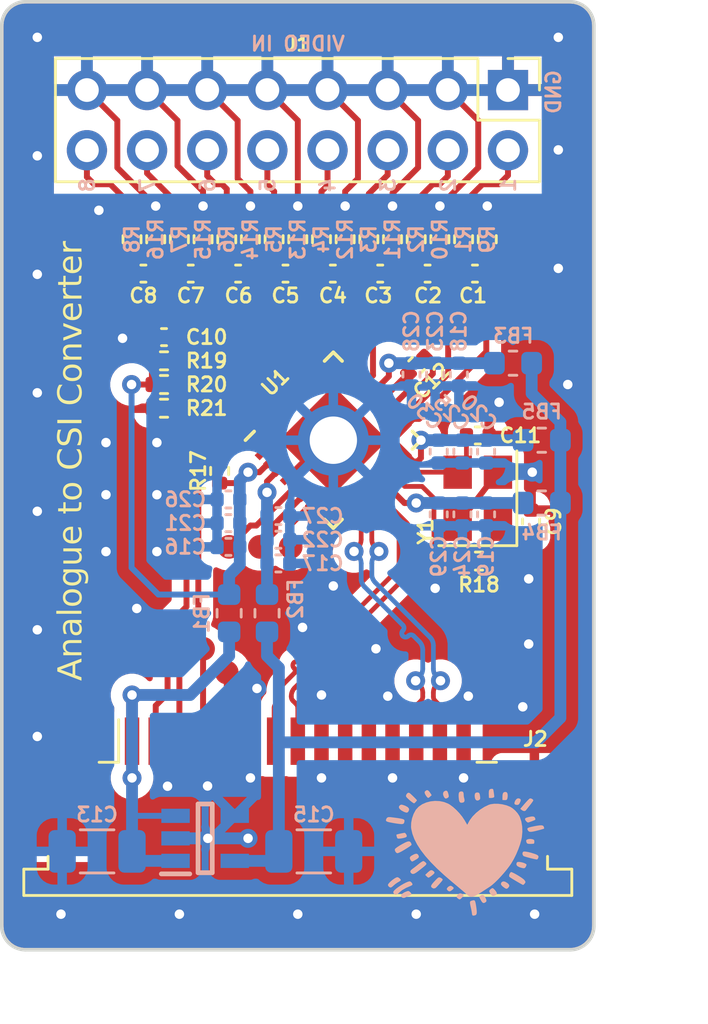
<source format=kicad_pcb>
(kicad_pcb (version 20241229) (generator "pcbnew") (generator_version "9.0")
  (layers (0 "F.Cu" mixed) (2 "B.Cu" mixed) (13 "F.Paste" user) (15 "B.Paste" user) (5 "F.SilkS" user "F.Silkscreen") (7 "B.SilkS" user "B.Silkscreen") (1 "F.Mask" user) (3 "B.Mask" user) (25 "Edge.Cuts" user))
  (net 0 "")
  (net 1 "GND")
  (net 2 "Net-(C9-Pad1)")
  (net 3 "+3V3")
  (net 4 "/DVDDIO_3V3")
  (net 5 "/DVDD_1V8")
  (net 6 "/AVDD_1V8")
  (net 7 "/MVDD_1V8")
  (net 8 "/PVDD_1V8")
  (net 9 "/D0N")
  (net 10 "/D0P")
  (net 11 "/CLKN")
  (net 12 "/CLKP")
  (net 13 "/SCL")
  (net 14 "/SDA")
  (net 15 "/~{RESET}")
  (net 16 "+1V8")
  (net 17 "/AIN1")
  (net 18 "/AIN2")
  (net 19 "/AIN3")
  (net 20 "/AIN4")
  (net 21 "/AIN5")
  (net 22 "/AIN6")
  (net 23 "/AIN7")
  (net 24 "/AIN8")
  (net 25 "/XTALN")
  (net 26 "/VIN1")
  (net 27 "/VIN2")
  (net 28 "/VIN3")
  (net 29 "/VIN4")
  (net 30 "/VIN5")
  (net 31 "/VIN6")
  (net 32 "/VIN7")
  (net 33 "/VIN8")
  (net 34 "/~{PWRDWN}")
  (net 35 "/XTALP")
  (net 36 "/ALSB")
  (net 37 "Net-(U1-VREFP)")
  (net 38 "Net-(U1-VREFN)")
  (net 39 "Net-(C8-Pad2)")
  (net 40 "Net-(C7-Pad2)")
  (net 41 "Net-(C6-Pad2)")
  (net 42 "Net-(C5-Pad2)")
  (net 43 "Net-(C4-Pad2)")
  (net 44 "Net-(C3-Pad2)")
  (net 45 "Net-(C2-Pad2)")
  (net 46 "Net-(C1-Pad2)")
  (net 47 "/~{INTRQ}")
  (net 48 "/GPIO1")
  (net 49 "/GPO2")
  (net 50 "/GPIO0")
  (net 51 "/GPO1")
  (net 52 "/GPO0")
  (footprint "Resistor_SMD:R_0402_1005Metric" (layer "F.Cu") (at 55.5 50.02 90)
    (property "Reference" "R8")
    (property "Value" "24Ω")
  )
  (footprint "Capacitor_SMD:C_0402_1005Metric" (layer "F.Cu") (at 63.98 51.47 180)
    (property "Reference" "C4")
    (property "Value" "0.1μF")
  )
  (footprint "Package_CSP:LFCSP-32-1EP_5x5mm_P0.5mm_EP3.25x3.25mm" (layer "F.Cu") (at 64 58.5 45)
    (property "Reference" "U1")
    (property "Value" "ADV7280A-M")
  )
  (footprint "Connector_PinHeader_2.54mm:PinHeader_2x08_P2.54mm_Vertical" (layer "F.Cu") (at 71.375 43.725 -90)
    (property "Reference" "J1")
    (property "Value" "VIDEO_IN")
  )
  (footprint "Resistor_SMD:R_0402_1005Metric" (layer "F.Cu") (at 61.5 50.02 90)
    (property "Reference" "R5")
    (property "Value" "24Ω")
  )
  (footprint "Resistor_SMD:R_0402_1005Metric" (layer "F.Cu") (at 59.2 59.8 -90)
    (property "Reference" "R17")
    (property "Value" "4.7kΩ")
  )
  (footprint "Resistor_SMD:R_0402_1005Metric" (layer "F.Cu") (at 58.5 50.02 -90)
    (property "Reference" "R15")
    (property "Value" "51Ω")
  )
  (footprint "Capacitor_SMD:C_0402_1005Metric" (layer "F.Cu") (at 59.98 51.47 180)
    (property "Reference" "C6")
    (property "Value" "0.1μF")
  )
  (footprint "Resistor_SMD:R_0402_1005Metric" (layer "F.Cu") (at 63.5 50.02 90)
    (property "Reference" "R4")
    (property "Value" "24Ω")
  )
  (footprint "Resistor_SMD:R_0402_1005Metric" (layer "F.Cu") (at 56.5 50.02 -90)
    (property "Reference" "R16")
    (property "Value" "51Ω")
  )
  (footprint "Capacitor_SMD:C_0402_1005Metric" (layer "F.Cu") (at 57.98 51.47 180)
    (property "Reference" "C7")
    (property "Value" "0.1μF")
  )
  (footprint "Capacitor_SMD:C_0402_1005Metric" (layer "F.Cu") (at 70.1 58.3)
    (property "Reference" "C11")
    (property "Value" "10pF")
  )
  (footprint "Crystal:Crystal_SMD_3225-4Pin_3.2x2.5mm" (layer "F.Cu") (at 70.1 60.95 90)
    (property "Reference" "Y1")
    (property "Value" "ABM8G-28.63636MHZ-4Y-T3")
  )
  (footprint "Capacitor_SMD:C_0402_1005Metric" (layer "F.Cu") (at 65.98 51.47 180)
    (property "Reference" "C3")
    (property "Value" "0.1μF")
  )
  (footprint "Resistor_SMD:R_0402_1005Metric" (layer "F.Cu") (at 68.5 50.02 -90)
    (property "Reference" "R10")
    (property "Value" "51Ω")
  )
  (footprint "Capacitor_SMD:C_0402_1005Metric" (layer "F.Cu") (at 72.35 61.93 90)
    (property "Reference" "C9")
    (property "Value" "10pF")
  )
  (footprint "Capacitor_SMD:C_0402_1005Metric" (layer "F.Cu") (at 55.98 51.47 180)
    (property "Reference" "C8")
    (property "Value" "0.1μF")
  )
  (footprint "Resistor_SMD:R_0402_1005Metric" (layer "F.Cu") (at 70.15 63.6 180)
    (property "Reference" "R18")
    (property "Value" "560Ω")
  )
  (footprint "Capacitor_SMD:C_0402_1005Metric" (layer "F.Cu") (at 56.85 54.15 180)
    (property "Reference" "C10")
    (property "Value" "4.7μF")
  )
  (footprint "Resistor_SMD:R_0402_1005Metric" (layer "F.Cu") (at 64.5 50.02 -90)
    (property "Reference" "R12")
    (property "Value" "51Ω")
  )
  (footprint "Capacitor_SMD:C_0402_1005Metric" (layer "F.Cu") (at 67.98 51.47 180)
    (property "Reference" "C2")
    (property "Value" "0.1μF")
  )
  (footprint "Resistor_SMD:R_0402_1005Metric" (layer "F.Cu") (at 70.5 50.02 -90)
    (property "Reference" "R9")
    (property "Value" "51Ω")
  )
  (footprint "Capacitor_SMD:C_0402_1005Metric" (layer "F.Cu") (at 61.98 51.47 180)
    (property "Reference" "C5")
    (property "Value" "0.1μF")
  )
  (footprint "Resistor_SMD:R_0402_1005Metric" (layer "F.Cu") (at 65.5 50.02 90)
    (property "Reference" "R3")
    (property "Value" "24Ω")
  )
  (footprint "TestPoint:TestPoint_Pad_D1.0mm" (layer "F.Cu") (at 59.6 63)
    (property "Reference" "TP1")
    (property "Value" "TestPoint")
  )
  (footprint "Connector_FFC-FPC:TE_1-84953-5_1x15-1MP_P1.0mm_Horizontal" (layer "F.Cu") (at 62.5 73)
    (property "Reference" "J2")
    (property "Value" "RPI_CSI_TOP")
  )
  (footprint "Resistor_SMD:R_0402_1005Metric" (layer "F.Cu") (at 57.5 50.02 90)
    (property "Reference" "R7")
    (property "Value" "24Ω")
  )
  (footprint "Resistor_SMD:R_0402_1005Metric" (layer "F.Cu") (at 69.5 50.02 90)
    (property "Reference" "R1")
    (property "Value" "24Ω")
  )
  (footprint "Resistor_SMD:R_0402_1005Metric" (layer "F.Cu") (at 56.85 56.15 180)
    (property "Reference" "R20")
    (property "Value" "4.7kΩ")
  )
  (footprint "Resistor_SMD:R_0402_1005Metric" (layer "F.Cu") (at 56.85 57.15)
    (property "Reference" "R21")
    (property "Value" "DNP")
  )
  (footprint "Resistor_SMD:R_0402_1005Metric" (layer "F.Cu") (at 60.5 50.02 -90)
    (property "Reference" "R14")
    (property "Value" "51Ω")
  )
  (footprint "TestPoint:TestPoint_Pad_D1.0mm" (layer "F.Cu") (at 63.5 63)
    (property "Reference" "TP4")
    (property "Value" "TestPoint")
  )
  (footprint "TestPoint:TestPoint_Pad_D1.0mm" (layer "F.Cu") (at 59.5 68.3)
    (property "Reference" "TP5" (hide yes))
    (property "Value" "TestPoint")
  )
  (footprint "TestPoint:TestPoint_Pad_D1.0mm" (layer "F.Cu") (at 62.2 63)
    (property "Reference" "TP3")
    (property "Value" "TestPoint")
  )
  (footprint "Resistor_SMD:R_0402_1005Metric" (layer "F.Cu") (at 59.5 50.02 90)
    (property "Reference" "R6")
    (property "Value" "24Ω")
  )
  (footprint "TestPoint:TestPoint_Pad_D1.0mm" (layer "F.Cu") (at 60.9 63)
    (property "Reference" "TP2")
    (property "Value" "TestPoint")
  )
  (footprint "Resistor_SMD:R_0402_1005Metric" (layer "F.Cu") (at 62.5 50.02 -90)
    (property "Reference" "R13")
    (property "Value" "51Ω")
  )
  (footprint "Resistor_SMD:R_0402_1005Metric" (layer "F.Cu") (at 66.5 50.02 -90)
    (property "Reference" "R11")
    (property "Value" "51Ω")
  )
  (footprint "Capacitor_SMD:C_0402_1005Metric" (layer "F.Cu") (at 69.98 51.47 180)
    (property "Reference" "C1")
    (property "Value" "0.1μF")
  )
  (footprint "Capacitor_SMD:C_0402_1005Metric" (layer "F.Cu") (at 67.514411 55.335589 -135)
    (property "Reference" "C12")
    (property "Value" "0.1μF")
  )
  (footprint "Resistor_SMD:R_0402_1005Metric" (layer "F.Cu") (at 56.85 55.15 180)
    (property "Reference" "R19")
    (property "Value" "4.7kΩ")
  )
  (footprint "Resistor_SMD:R_0402_1005Metric" (layer "F.Cu") (at 67.5 50.02 90)
    (property "Reference" "R2")
    (property "Value" "24Ω")
  )
  (footprint "TestPoint:TestPoint_Pad_D1.0mm" (layer "F.Cu") (at 58.5 67.3)
    (property "Reference" "TP6" (hide yes))
    (property "Value" "TestPoint")
  )
  (footprint "Inductor_SMD:L_0603_1608Metric" (layer "B.Cu") (at 72.8 61.15 180)
    (property "Reference" "FB4")
    (property "Value" "600Ω")
  )
  (footprint "Capacitor_SMD:C_1206_3216Metric" (layer "B.Cu") (at 63.175 75.85)
    (property "Reference" "C15")
    (property "Value" "47μF")
  )
  (footprint "Capacitor_SMD:C_0402_1005Metric" (layer "B.Cu") (at 69.45 58.98 -90)
    (property "Reference" "C25")
    (property "Value" "0.1μF")
  )
  (footprint "Capacitor_SMD:C_0402_1005Metric" (layer "B.Cu") (at 70.45 61.63 -90)
    (property "Reference" "C19")
    (property "Value" "10μF")
  )
  (footprint "Library:coeurlolopetit" (layer "B.Cu") (at 69.221015 75.907134 180)
    (property "Reference" "G***" (hide yes))
    (property "Value" "LOGO" (hide yes))
  )
  (footprint "Capacitor_SMD:C_0402_1005Metric" (layer "B.Cu") (at 59.57 61 180)
    (property "Reference" "C26")
    (property "Value" "10nF")
  )
  (footprint "Capacitor_SMD:C_0402_1005Metric" (layer "B.Cu") (at 69.3 55.73 -90)
    (property "Reference" "C18")
    (property "Value" "10μF")
  )
  (footprint "Inductor_SMD:L_0603_1608Metric" (layer "B.Cu") (at 71.5875 55.25 180)
    (property "Reference" "FB3")
    (property "Value" "600Ω")
  )
  (footprint "Capacitor_SMD:C_0402_1005Metric" (layer "B.Cu") (at 68.3 55.73 -90)
    (property "Reference" "C23")
    (property "Value" "0.1μF")
  )
  (footprint "Inductor_SMD:L_0603_1608Metric" (layer "B.Cu") (at 72.8 58.5 180)
    (property "Reference" "FB5")
    (property "Value" "600Ω")
  )
  (footprint "Capacitor_SMD:C_0402_1005Metric" (layer "B.Cu") (at 59.57 62 180)
    (property "Reference" "C21")
    (property "Value" "0.1μF")
  )
  (footprint "Capacitor_SMD:C_0402_1005Metric" (layer "B.Cu") (at 61.68 63.7)
    (property "Reference" "C17")
    (property "Value" "10μF")
  )
  (footprint "Capacitor_SMD:C_0402_1005Metric" (layer "B.Cu") (at 68.45 58.98 -90)
    (property "Reference" "C30")
    (property "Value" "10nF")
  )
  (footprint "Inductor_SMD:L_0603_1608Metric" (layer "B.Cu") (at 59.6 65.8 90)
    (property "Reference" "FB1")
    (property "Value" "600Ω")
  )
  (footprint "Capacitor_SMD:C_0402_1005Metric" (layer "B.Cu") (at 70.45 58.98 -90)
    (property "Reference" "C20")
    (property "Value" "10μF")
  )
  (footprint "Library:SOT95P280X145-5N" (layer "B.Cu") (at 58.5875 75.3)
    (property "Reference" "U2" (hide yes))
    (property "Value" "TLV70218QDBVRQ1" (hide yes))
  )
  (footprint "Capacitor_SMD:C_0402_1005Metric" (layer "B.Cu") (at 61.68 62.7)
    (property "Reference" "C22")
    (property "Value" "0.1μF")
  )
  (footprint "Capacitor_SMD:C_0402_1005Metric" (layer "B.Cu") (at 59.57 63 180)
    (property "Reference" "C16")
    (property "Value" "10μF")
  )
  (footprint "Capacitor_SMD:C_0402_1005Metric" (layer "B.Cu") (at 61.68 61.7)
    (property "Reference" "C27")
    (property "Value" "10nF")
  )
  (footprint "Capacitor_SMD:C_0402_1005Metric" (layer "B.Cu") (at 68.45 61.63 -90)
    (property "Reference" "C29")
    (property "Value" "10nF")
  )
  (footprint "Inductor_SMD:L_0603_1608Metric" (layer "B.Cu") (at 61.2 65.8 90)
    (property "Reference" "FB2")
    (property "Value" "600Ω")
  )
  (footprint "Capacitor_SMD:C_0402_1005Metric" (layer "B.Cu") (at 67.3 55.73 -90)
    (property "Reference" "C28")
    (property "Value" "10nF")
  )
  (footprint "Capacitor_SMD:C_1206_3216Metric" (layer "B.Cu") (at 54.025 75.85 180)
    (property "Reference" "C13")
    (property "Value" "100μF")
  )
  (footprint "Capacitor_SMD:C_0402_1005Metric" (layer "B.Cu") (at 69.45 61.63 -90)
    (property "Reference" "C24")
    (property "Value" "0.1μF")
  )
  (gr_arc (start 50 41) (mid 50.292893 40.292893) (end 51 40) (stroke (width 0.15)) (layer "Edge.Cuts"))
  (gr_line (start 74 80) (end 51 80) (stroke (width 0.15)) (layer "Edge.Cuts"))
  (gr_line (start 50 79) (end 50 41) (stroke (width 0.15)) (layer "Edge.Cuts"))
  (gr_arc (start 74 40) (mid 74.707107 40.292893) (end 75 41) (stroke (width 0.15)) (layer "Edge.Cuts"))
  (gr_line (start 75 41) (end 75 79) (stroke (width 0.15)) (layer "Edge.Cuts"))
  (gr_arc (start 75 79) (mid 74.707107 79.707107) (end 74 80) (stroke (width 0.15)) (layer "Edge.Cuts"))
  (gr_line (start 51 40) (end 74 40) (stroke (width 0.15)) (layer "Edge.Cuts"))
  (gr_arc (start 51 80) (mid 50.292893 79.707107) (end 50 79) (stroke (width 0.15)) (layer "Edge.Cuts"))
  (gr_text "Analogue to CSI Converter" (at 52.9496 59.3752 90) (layer "F.SilkS") (effects (font (size 1 1) (thickness 0.18))))
  (gr_text "VIDEO IN" (at 62.5 41.773 0) (layer "B.SilkS") (effects (font (size 0.6 0.6) (thickness 0.12)) (justify mirror)))
  (gr_text "1" (at 71.39 47.742 90) (layer "B.SilkS") (effects (font (size 0.6 0.6) (thickness 0.12)) (justify mirror)))
  (gr_text "GND" (at 73.295 43.805 90) (layer "B.SilkS") (effects (font (size 0.6 0.6) (thickness 0.12)) (justify mirror)))
  (gr_text "2" (at 68.85 47.742 90) (layer "B.SilkS") (effects (font (size 0.6 0.6) (thickness 0.12)) (justify mirror)))
  (gr_text "7" (at 56.15 47.742 90) (layer "B.SilkS") (effects (font (size 0.6 0.6) (thickness 0.12)) (justify mirror)))
  (gr_text "5" (at 61.23 47.742 90) (layer "B.SilkS") (effects (font (size 0.6 0.6) (thickness 0.12)) (justify mirror)))
  (gr_text "4" (at 63.77 47.742 90) (layer "B.SilkS") (effects (font (size 0.6 0.6) (thickness 0.12)) (justify mirror)))
  (gr_text "6" (at 58.69 47.742 90) (layer "B.SilkS") (effects (font (size 0.6 0.6) (thickness 0.12)) (justify mirror)))
  (gr_text "8" (at 53.61 47.742 90) (layer "B.SilkS") (effects (font (size 0.6 0.6) (thickness 0.12)) (justify mirror)))
  (gr_text "3" (at 66.31 47.742 90) (layer "B.SilkS") (effects (font (size 0.6 0.6) (thickness 0.12)) (justify mirror)))
  (segment (start 66.5 71.2) (end 66.5 69.5) (width 0.5) (layer "F.Cu") (net 1))
  (segment (start 70.5 49.51) (end 70.5 48.62) (width 0.5) (layer "F.Cu") (net 1))
  (segment (start 61.065507 58.959619) (end 61.37868 58.646446) (width 0.25) (layer "F.Cu") (net 1))
  (segment (start 68.835 43.725) (end 70.12 45.01) (width 0.25) (layer "F.Cu") (net 1))
  (segment (start 69.5 71.2) (end 69.5 72.75) (width 0.5) (layer "F.Cu") (net 1))
  (segment (start 62.5 45.01) (end 62.5 48.62) (width 0.25) (layer "F.Cu") (net 1))
  (segment (start 57.42 46.92) (end 57.42 45.01) (width 0.25) (layer "F.Cu") (net 1))
  (segment (start 70.12 45.01) (end 70.12 47) (width 0.25) (layer "F.Cu") (net 1))
  (segment (start 60.5 49.51) (end 60.5 48.62) (width 0.5) (layer "F.Cu") (net 1))
  (segment (start 64.5 49.51) (end 64.5 48.62) (width 0.5) (layer "F.Cu") (net 1))
  (segment (start 66.5 49.51) (end 66.5 48.62) (width 0.5) (layer "F.Cu") (net 1))
  (segment (start 69.5 71.2) (end 69.5 69.5) (width 0.5) (layer "F.Cu") (net 1))
  (segment (start 60.775 68.975) (end 60.5 69.25) (width 0.5) (layer "F.Cu") (net 1))
  (segment (start 70.12 47) (end 68.5 48.62) (width 0.25) (layer "F.Cu") (net 1))
  (segment (start 57.42 45.01) (end 56.135 43.725) (width 0.25) (layer "F.Cu") (net 1))
  (segment (start 69.5 69.5) (end 69.7 69.3) (width 0.5) (layer "F.Cu") (net 1))
  (segment (start 53.595 43.725) (end 54.88 45.01) (width 0.25) (layer "F.Cu") (net 1))
  (segment (start 67.58 45.01) (end 67.58 46.995) (width 0.25) (layer "F.Cu") (net 1))
  (segment (start 71.375 43.725) (end 71.375 42.1436) (width 0.5) (layer "F.Cu") (net 1))
  (segment (start 66.295 43.725) (end 67.58 45.01) (width 0.25) (layer "F.Cu") (net 1))
  (segment (start 64.5 48) (end 64.5 48.62) (width 0.25) (layer "F.Cu") (net 1))
  (segment (start 63.755 43.725) (end 65.04 45.01) (width 0.25) (layer "F.Cu") (net 1))
  (segment (start 62.126167 60.02028) (end 63.646447 58.5) (width 0.25) (layer "F.Cu") (net 1))
  (segment (start 58.675 43.725) (end 59.96 45.01) (width 0.25) (layer "F.Cu") (net 1))
  (segment (start 66.5 71.2) (end 66.5 72.75) (width 0.5) (layer "F.Cu") (net 1))
  (segment (start 63.5 71.2) (end 63.5 69.25) (width 0.5) (layer "F.Cu") (net 1))
  (segment (start 61.732233 58.5) (end 64 58.5) (width 0.25) (layer "F.Cu") (net 1))
  (segment (start 54.88 47) (end 56.5 48.62) (width 0.25) (layer "F.Cu") (net 1))
  (segment (start 56.5 49.51) (end 56.5 48.62) (width 0.5) (layer "F.Cu") (net 1))
  (segment (start 66.5 48.075) (end 66.5 48.62) (width 0.25) (layer "F.Cu") (net 1))
  (segment (start 60.5 48) (end 60.5 48.62) (width 0.25) (layer "F.Cu") (net 1))
  (segment (start 66.5 69.5) (end 66.3 69.3) (width 0.5) (layer "F.Cu") (net 1))
  (segment (start 71.375 43.725) (end 72.994 43.725) (width 0.5) (layer "F.Cu") (net 1))
  (segment (start 58.5 49.51) (end 58.5 48.62) (width 0.5) (layer "F.Cu") (net 1))
  (segment (start 54.88 45.01) (end 54.88 47) (width 0.25) (layer "F.Cu") (net 1))
  (segment (start 60.5 71.2) (end 60.5 72.75) (width 0.5) (layer "F.Cu") (net 1))
  (segment (start 63.5 71.2) (end 63.5 72.75) (width 0.5) (layer "F.Cu") (net 1))
  (segment (start 62.5 49.51) (end 62.5 48.62) (width 0.5) (layer "F.Cu") (net 1))
  (segment (start 65.04 45.01) (end 65.04 47.46) (width 0.25) (layer "F.Cu") (net 1))
  (segment (start 60.5 69.25) (end 60.5 71.2) (width 0.5) (layer "F.Cu") (net 1))
  (segment (start 58.5 48) (end 57.42 46.92) (width 0.25) (layer "F.Cu") (net 1))
  (segment (start 68.5 49.51) (end 68.5 48.62) (width 0.5) (layer "F.Cu") (net 1))
  (segment (start 59.96 47.46) (end 60.5 48) (width 0.25) (layer "F.Cu") (net 1))
  (segment (start 65.04 47.46) (end 64.5 48) (width 0.25) (layer "F.Cu") (net 1))
  (segment (start 63.646447 58.5) (end 64 58.5) (width 0.25) (layer "F.Cu") (net 1))
  (segment (start 69.25 62.05) (end 70.95 59.85) (width 0.25) (layer "F.Cu") (net 1))
  (segment (start 58.5 48.62) (end 58.5 48) (width 0.25) (layer "F.Cu") (net 1))
  (segment (start 67.58 46.995) (end 66.5 48.075) (width 0.25) (layer "F.Cu") (net 1))
  (segment (start 59.96 45.01) (end 59.96 47.46) (width 0.25) (layer "F.Cu") (net 1))
  (segment (start 61.215 43.725) (end 62.5 45.01) (width 0.25) (layer "F.Cu") (net 1))
  (via (at 73.5 41.5) (size 0.8) (drill 0.4) (layers "F.Cu" "B.Cu") (net 1))
  (via (at 54.4 60.8) (size 0.8) (drill 0.4) (layers "F.Cu" "B.Cu") (net 1))
  (via (at 57.5 78.5) (size 0.8) (drill 0.4) (layers "F.Cu" "B.Cu") (net 1))
  (via (at 73.5 51.25) (size 0.8) (drill 0.4) (layers "F.Cu" "B.Cu") (net 1))
  (via (at 56.55 58.6) (size 0.8) (drill 0.4) (layers "F.Cu" "B.Cu") (net 1))
  (via (at 63.5 69.25) (size 0.8) (drill 0.4) (layers "F.Cu" "B.Cu") (net 1))
  (via (at 57 73.1) (size 0.8) (drill 0.4) (layers "F.Cu" "B.Cu") (net 1))
  (via (at 58.7 75.3) (size 0.8) (drill 0.4) (layers "F.Cu" "B.Cu") (net 1))
  (via (at 66.3 69.3) (size 0.8) (drill 0.4) (layers "F.Cu" "B.Cu") (net 1))
  (via (at 68.3 64.75) (size 0.8) (drill 0.4) (layers "F.Cu" "B.Cu") (net 1))
  (via (at 65.8 67.3) (size 0.8) (drill 0.4) (layers "F.Cu" "B.Cu") (net 1))
  (via (at 60.5 48.62) (size 0.8) (drill 0.4) (layers "F.Cu" "B.Cu") (net 1))
  (via (at 51.5 61.5) (size 0.8) (drill 0.4) (layers "F.Cu" "B.Cu") (net 1))
  (via (at 66.5 72.75) (size 0.8) (drill 0.4) (layers "F.Cu" "B.Cu") (net 1))
  (via (at 51.5 41.5) (size 0.8) (drill 0.4) (layers "F.Cu" "B.Cu") (net 1))
  (via (at 60.5 72.75) (size 0.8) (drill 0.4) (layers "F.Cu" "B.Cu") (net 1))
  (via (at 51.5 71) (size 0.8) (drill 0.4) (layers "F.Cu" "B.Cu") (net 1))
  (via (at 71 56.9) (size 0.8) (drill 0.4) (layers "F.Cu" "B.Cu") (net 1))
  (via (at 55.7 65.6) (size 0.8) (drill 0.4) (layers "F.Cu" "B.Cu") (net 1))
  (via (at 72 69.75) (size 0.8) (drill 0.4) (layers "F.Cu" "B.Cu") (net 1))
  (via (at 62.5 78.5) (size 0.8) (drill 0.4) (layers "F.Cu" "B.Cu") (net 1))
  (via (at 56.5 48.62) (size 0.8) (drill 0.4) (layers "F.Cu" "B.Cu") (net 1))
  (via (at 66.5 48.62) (size 0.8) (drill 0.4) (layers "F.Cu" "B.Cu") (net 1))
  (via (at 58.69 73.0912) (size 0.8) (drill 0.4) (layers "F.Cu" "B.Cu") (net 1))
  (via (at 56.55 60.8) (size 0.8) (drill 0.4) (layers "F.Cu" "B.Cu") (net 1))
  (via (at 68.5 48.62) (size 0.8) (drill 0.4) (layers "F.Cu" "B.Cu") (net 1))
  (via (at 51.5 51.5) (size 0.8) (drill 0.4) (layers "F.Cu" "B.Cu") (net 1))
  (via (at 51.5 56.5) (size 0.8) (drill 0.4) (layers "F.Cu" "B.Cu") (net 1))
  (via (at 54.4 63.2) (size 0.8) (drill 0.4) (layers "F.Cu" "B.Cu") (net 1))
  (via (at 51.5 46.5) (size 0.8) (drill 0.4) (layers "F.Cu" "B.Cu") (net 1))
  (via (at 73.5 46.25) (size 0.8) (drill 0.4) (layers "F.Cu" "B.Cu") (net 1))
  (via (at 51.5 66.5) (size 0.8) (drill 0.4) (layers "F.Cu" "B.Cu") (net 1))
  (via (at 60.775 68.975) (size 0.8) (drill 0.4) (layers "F.Cu" "B.Cu") (net 1))
  (via (at 64.5 48.62) (size 0.8) (drill 0.4) (layers "F.Cu" "B.Cu") (net 1))
  (via (at 63.5 72.75) (size 0.8) (drill 0.4) (layers "F.Cu" "B.Cu") (net 1))
  (via (at 73.9 56.15) (size 0.8) (drill 0.4) (layers "F.Cu" "B.Cu") (net 1))
  (via (at 67.5 78.5) (size 0.8) (drill 0.4) (layers "F.Cu" "B.Cu") (net 1))
  (via (at 72.25 64.35) (size 0.8) (drill 0.4) (layers "F.Cu" "B.Cu") (net 1))
  (via (at 54.1 48.8) (size 0.8) (drill 0.4) (layers "F.Cu" "B.Cu") (net 1))
  (via (at 72.25 67.1) (size 0.8) (drill 0.4) (layers "F.Cu" "B.Cu") (net 1))
  (via (at 60.4 75.3) (size 0.8) (drill 0.4) (layers "F.Cu" "B.Cu") (net 1))
  (via (at 58.5 48.62) (size 0.8) (drill 0.4) (layers "F.Cu" "B.Cu") (net 1))
  (via (at 72.5 78.5) (size 0.8) (drill 0.4) (layers "F.Cu" "B.Cu") (net 1))
  (via (at 62.7 66.4) (size 0.8) (drill 0.4) (layers "F.Cu" "B.Cu") (net 1))
  (via (at 72.4 59.85) (size 0.8) (drill 0.4) (layers "F.Cu" "B.Cu") (net 1))
  (via (at 69.7 69.3) (size 0.8) (drill 0.4) (layers "F.Cu" "B.Cu") (net 1))
  (via (at 69.5 72.75) (size 0.8) (drill 0.4) (layers "F.Cu" "B.Cu") (net 1))
  (via (at 52.5 78.5) (size 0.8) (drill 0.4) (layers "F.Cu" "B.Cu") (net 1))
  (via (at 70.5 48.62) (size 0.8) (drill 0.4) (layers "F.Cu" "B.Cu") (net 1))
  (via (at 56.55 63.2) (size 0.8) (drill 0.4) (layers "F.Cu" "B.Cu") (net 1))
  (via (at 62.5 48.62) (size 0.8) (drill 0.4) (layers "F.Cu" "B.Cu") (net 1))
  (via (at 54.4 58.6) (size 0.8) (drill 0.4) (layers "F.Cu" "B.Cu") (net 1))
  (via (at 55.1 54.2) (size 0.8) (drill 0.4) (layers "F.Cu" "B.Cu") (net 1))
  (via (at 64 64.65) (size 0.8) (drill 0.4) (layers "F.Cu" "B.Cu") (net 1))
  (arc (start 61.37868 58.646446) (mid 61.540892 58.53806) (end 61.732233 58.5) (width 0.25) (layer "F.Cu") (net 1))
  (segment (start 68.835 43.725) (end 68.835 41.965) (width 0.5) (layer "B.Cu") (net 1))
  (segment (start 66.295 43.725) (end 63.755 43.725) (width 0.5) (layer "B.Cu") (net 1))
  (segment (start 56.135 43.725) (end 53.595 43.725) (width 0.5) (layer "B.Cu") (net 1))
  (segment (start 71.375 43.725) (end 71.375 42.125) (width 0.5) (layer "B.Cu") (net 1))
  (segment (start 58.675 43.725) (end 58.675 41.925) (width 0.5) (layer "B.Cu") (net 1))
  (segment (start 56.135 43.725) (end 56.135 41.965) (width 0.5) (layer "B.Cu") (net 1))
  (segment (start 66.295 43.725) (end 66.295 41.905) (width 0.5) (layer "B.Cu") (net 1))
  (segment (start 58.7 75.3) (end 60.4 75.3) (width 0.5) (layer "B.Cu") (net 1))
  (segment (start 64 58.5) (end 64 60.8) (width 0.4) (layer "B.Cu") (net 1))
  (segment (start 61.215 43.725) (end 58.675 43.725) (width 0.5) (layer "B.Cu") (net 1))
  (segment (start 64 58.5) (end 61.7 58.5) (width 0.4) (layer "B.Cu") (net 1))
  (segment (start 64 58.5) (end 66.3 58.5) (width 0.4) (layer "B.Cu") (net 1))
  (segment (start 61.215 43.725) (end 61.215 41.985) (width 0.5) (layer "B.Cu") (net 1))
  (segment (start 57.45 75.3) (end 58.7 75.3) (width 0.5) (layer "B.Cu") (net 1))
  (segment (start 68.835 43.725) (end 66.295 43.725) (width 0.5) (layer "B.Cu") (net 1))
  (segment (start 58.675 43.725) (end 56.135 43.725) (width 0.5) (layer "B.Cu") (net 1))
  (segment (start 53.595 43.725) (end 51.825 43.725) (width 0.5) (layer "B.Cu") (net 1))
  (segment (start 63.755 43.725) (end 63.755 41.945) (width 0.5) (layer "B.Cu") (net 1))
  (segment (start 63.755 43.725) (end 61.215 43.725) (width 0.5) (layer "B.Cu") (net 1))
  (segment (start 53.595 43.725) (end 53.595 42.005) (width 0.5) (layer "B.Cu") (net 1))
  (segment (start 71.375 43.725) (end 73.075 43.725) (width 0.5) (layer "B.Cu") (net 1))
  (segment (start 71.375 43.725) (end 68.835 43.725) (width 0.5) (layer "B.Cu") (net 1))
  (segment (start 64 58.5) (end 64 56.2) (width 0.4) (layer "B.Cu") (net 1))
  (segment (start 72.35 62.41) (end 71.31 62.41) (width 0.25) (layer "F.Cu") (net 2))
  (segment (start 70.66 63.6) (end 70.66 62.34) (width 0.25) (layer "F.Cu") (net 2))
  (segment (start 71.31 62.41) (end 70.95 62.05) (width 0.25) (layer "F.Cu") (net 2))
  (segment (start 70.66 62.34) (end 70.95 62.05) (width 0.25) (layer "F.Cu") (net 2))
  (segment (start 55.5 71.2) (end 55.5 72.75) (width 0.5) (layer "F.Cu") (net 3))
  (segment (start 55.5 71.2) (end 55.5 69.25) (width 0.5) (layer "F.Cu") (net 3))
  (via (at 55.5 72.75) (size 0.8) (drill 0.4) (layers "F.Cu" "B.Cu") (net 3))
  (via (at 55.5 69.25) (size 0.8) (drill 0.4) (layers "F.Cu" "B.Cu") (net 3))
  (segment (start 55.65 74.35) (end 55.5 74.2) (width 0.25) (layer "B.Cu") (net 3))
  (segment (start 55.5 72.75) (end 55.5 74.2) (width 0.5) (layer "B.Cu") (net 3))
  (segment (start 57.45 74.35) (end 55.65 74.35) (width 0.25) (layer "B.Cu") (net 3))
  (segment (start 55.5 69.25) (end 55.5 72.75) (width 0.5) (layer "B.Cu") (net 3))
  (segment (start 59.6 67.6) (end 57.95 69.25) (width 0.5) (layer "B.Cu") (net 3))
  (segment (start 55.5 74.2) (end 55.5 75.85) (width 0.5) (layer "B.Cu") (net 3))
  (segment (start 55.9 76.25) (end 55.5 75.85) (width 0.5) (layer "B.Cu") (net 3))
  (segment (start 57.95 69.25) (end 55.5 69.25) (width 0.5) (layer "B.Cu") (net 3))
  (segment (start 57.45 76.25) (end 55.9 76.25) (width 0.5) (layer "B.Cu") (net 3))
  (segment (start 59.6 66.5875) (end 59.6 67.6) (width 0.5) (layer "B.Cu") (net 3))
  (segment (start 60.882233 59.85) (end 61.41906 59.313173) (width 0.25) (layer "F.Cu") (net 4))
  (segment (start 56.34 56.15) (end 55.48 56.15) (width 0.25) (layer "F.Cu") (net 4))
  (segment (start 60.4 59.85) (end 60.882233 59.85) (width 0.25) (layer "F.Cu") (net 4))
  (segment (start 60.4 59.85) (end 59.94 60.31) (width 0.25) (layer "F.Cu") (net 4))
  (segment (start 59.94 60.31) (end 59.2 60.31) (width 0.25) (layer "F.Cu") (net 4))
  (segment (start 56.34 56.15) (end 56.34 55.15) (width 0.25) (layer "F.Cu") (net 4))
  (via (at 60.4 59.85) (size 0.8) (drill 0.4) (layers "F.Cu" "B.Cu") (net 4))
  (via (at 55.48 56.15) (size 0.8) (drill 0.4) (layers "F.Cu" "B.Cu") (net 4))
  (segment (start 60.05 60.2) (end 60.05 61) (width 0.5) (layer "B.Cu") (net 4))
  (segment (start 55.48 63.88) (end 55.48 56.15) (width 0.25) (layer "B.Cu") (net 4))
  (segment (start 60.05 62) (end 60.05 61) (width 0.5) (layer "B.Cu") (net 4))
  (segment (start 59.6 64.2) (end 60.05 63.75) (width 0.5) (layer "B.Cu") (net 4))
  (segment (start 60.4 59.85) (end 60.05 60.2) (width 0.5) (layer "B.Cu") (net 4))
  (segment (start 59.6 65.0125) (end 56.6125 65.0125) (width 0.25) (layer "B.Cu") (net 4))
  (segment (start 60.05 63) (end 60.05 62) (width 0.5) (layer "B.Cu") (net 4))
  (segment (start 59.6 65.0125) (end 59.6 64.2) (width 0.5) (layer "B.Cu") (net 4))
  (segment (start 60.05 63.75) (end 60.05 63) (width 0.5) (layer "B.Cu") (net 4))
  (segment (start 56.6125 65.0125) (end 55.48 63.88) (width 0.25) (layer "B.Cu") (net 4))
  (segment (start 61.2 60.7) (end 61.2 60.23934) (width 0.25) (layer "F.Cu") (net 5))
  (segment (start 61.2 60.23934) (end 61.772614 59.666726) (width 0.25) (layer "F.Cu") (net 5))
  (via (at 61.2 60.7) (size 0.8) (drill 0.4) (layers "F.Cu" "B.Cu") (net 5))
  (segment (start 61.2 60.7) (end 61.2 61.7) (width 0.5) (layer "B.Cu") (net 5))
  (segment (start 61.2 62.7) (end 61.2 63.7) (width 0.5) (layer "B.Cu") (net 5))
  (segment (start 61.2 61.7) (end 61.2 62.7) (width 0.5) (layer "B.Cu") (net 5))
  (segment (start 61.2 65.0125) (end 61.2 63.7) (width 0.5) (layer "B.Cu") (net 5))
  (segment (start 66.3445 55.801947) (end 65.52028 56.626167) (width 0.25) (layer "F.Cu") (net 6))
  (segment (start 66.3445 55.25) (end 66.3445 55.801947) (width 0.25) (layer "F.Cu") (net 6))
  (via (at 66.3445 55.25) (size 0.8) (drill 0.4) (layers "F.Cu" "B.Cu") (net 6))
  (segment (start 69.3 55.25) (end 70.8125 55.25) (width 0.5) (layer "B.Cu") (net 6))
  (segment (start 67.3 55.25) (end 68.3 55.25) (width 0.5) (layer "B.Cu") (net 6))
  (segment (start 68.3 55.25) (end 69.3 55.25) (width 0.5) (layer "B.Cu") (net 6))
  (segment (start 66.3445 55.25) (end 67.3 55.25) (width 0.5) (layer "B.Cu") (net 6))
  (segment (start 67.003553 61.15) (end 65.873833 60.02028) (width 0.25) (layer "F.Cu") (net 7))
  (segment (start 67.5 61.15) (end 67.003553 61.15) (width 0.25) (layer "F.Cu") (net 7))
  (via (at 67.5 61.15) (size 0.8) (drill 0.4) (layers "F.Cu" "B.Cu") (net 7))
  (segment (start 70.45 61.15) (end 72.0125 61.15) (width 0.5) (layer "B.Cu") (net 7))
  (segment (start 67.5 61.15) (end 68.45 61.15) (width 0.5) (layer "B.Cu") (net 7))
  (segment (start 69.45 61.15) (end 70.45 61.15) (width 0.5) (layer "B.Cu") (net 7))
  (segment (start 68.45 61.15) (end 69.45 61.15) (width 0.5) (layer "B.Cu") (net 7))
  (segment (start 67.7 59.25) (end 67.55 59.4) (width 0.25) (layer "F.Cu") (net 8))
  (segment (start 67.7 58.5) (end 67.7 59.25) (width 0.25) (layer "F.Cu") (net 8))
  (segment (start 67.374874 59.4) (end 66.934493 58.959619) (width 0.25) (layer "F.Cu") (net 8))
  (segment (start 67.55 59.4) (end 67.374874 59.4) (width 0.25) (layer "F.Cu") (net 8))
  (via (at 67.7 58.5) (size 0.8) (drill 0.4) (layers "F.Cu" "B.Cu") (net 8))
  (segment (start 70.45 58.5) (end 72.0125 58.5) (width 0.5) (layer "B.Cu") (net 8))
  (segment (start 69.45 58.5) (end 70.45 58.5) (width 0.5) (layer "B.Cu") (net 8))
  (segment (start 68.45 58.5) (end 69.45 58.5) (width 0.5) (layer "B.Cu") (net 8))
  (segment (start 67.7 58.5) (end 68.45 58.5) (width 0.5) (layer "B.Cu") (net 8))
  (segment (start 68.371448 68.803552) (end 68.525 68.65) (width 0.2) (layer "F.Cu") (net 9))
  (segment (start 65.925 63.192894) (end 65.771447 63.039341) (width 0.2) (layer "F.Cu") (net 9))
  (segment (start 68.426776 69.626775) (end 68.298223 69.498222) (width 0.2) (layer "F.Cu") (net 9))
  (segment (start 68.225 69.321445) (end 68.225001 69.157105) (width 0.2) (layer "F.Cu") (net 9))
  (segment (start 64.813173 61.116294) (end 64.813173 61.08094) (width 0.2) (layer "F.Cu") (net 9))
  (segment (start 65.625001 62.135229) (end 65.625001 62.685788) (width 0.2) (layer "F.Cu") (net 9))
  (segment (start 65.478554 61.781675) (end 64.813173 61.116294) (width 0.2) (layer "F.Cu") (net 9))
  (segment (start 68.5 71.2) (end 68.5 69.803552) (width 0.2) (layer "F.Cu") (net 9))
  (via (at 68.525 68.65) (size 0.8) (drill 0.4) (layers "F.Cu" "B.Cu") (net 9))
  (via (at 65.925 63.192894) (size 0.8) (drill 0.4) (layers "F.Cu" "B.Cu") (net 9))
  (arc (start 68.371448 68.803552) (mid 68.263061 68.965763) (end 68.225001 69.157105) (width 0.2) (layer "F.Cu") (net 9))
  (arc (start 65.478554 61.781675) (mid 65.586941 61.943887) (end 65.625001 62.135229) (width 0.2) (layer "F.Cu") (net 9))
  (arc (start 65.771447 63.039341) (mid 65.663061 62.877129) (end 65.625001 62.685788) (width 0.2) (layer "F.Cu") (net 9))
  (arc (start 68.298223 69.498222) (mid 68.24403 69.417116) (end 68.225 69.321445) (width 0.2) (layer "F.Cu") (net 9))
  (arc (start 68.426776 69.626775) (mid 68.480969 69.707881) (end 68.5 69.803552) (width 0.2) (layer "F.Cu") (net 9))
  (segment (start 65.925 63.192894) (end 65.771447 63.346447) (width 0.2) (layer "B.Cu") (net 9))
  (segment (start 65.625001 63.7) (end 65.626481 63.70148) (width 0.2) (layer "B.Cu") (net 9))
  (segment (start 68.371448 68.496448) (end 68.525 68.65) (width 0.2) (layer "B.Cu") (net 9))
  (segment (start 68.225001 67.163908) (end 68.225001 68.142894) (width 0.2) (layer "B.Cu") (net 9))
  (segment (start 65.771448 64.503248) (end 68.078555 66.810355) (width 0.2) (layer "B.Cu") (net 9))
  (segment (start 65.626481 63.70148) (end 65.626481 64.215326) (width 0.2) (layer "B.Cu") (net 9))
  (arc (start 65.626481 64.215326) (mid 65.676566 64.370839) (end 65.771448 64.503248) (width 0.2) (layer "B.Cu") (net 9))
  (arc (start 68.078555 66.810355) (mid 68.186941 66.972567) (end 68.225001 67.163908) (width 0.2) (layer "B.Cu") (net 9))
  (arc (start 65.625001 63.7) (mid 65.663061 63.508659) (end 65.771447 63.346447) (width 0.2) (layer "B.Cu") (net 9))
  (arc (start 68.225001 68.142894) (mid 68.263061 68.334236) (end 68.371448 68.496448) (width 0.2) (layer "B.Cu") (net 9))
  (segment (start 67.5 71.2) (end 67.5 69.803552) (width 0.2) (layer "F.Cu") (net 10))
  (segment (start 67.573224 69.626775) (end 67.701777 69.498222) (width 0.2) (layer "F.Cu") (net 10))
  (segment (start 67.775 69.321445) (end 67.774999 69.157105) (width 0.2) (layer "F.Cu") (net 10))
  (segment (start 65.174999 62.321625) (end 65.174999 62.685788) (width 0.2) (layer "F.Cu") (net 10))
  (segment (start 67.628552 68.803552) (end 67.475 68.65) (width 0.2) (layer "F.Cu") (net 10))
  (segment (start 64.494974 61.434493) (end 64.459619 61.434493) (width 0.2) (layer "F.Cu") (net 10))
  (segment (start 65.028552 61.968071) (end 64.494974 61.434493) (width 0.2) (layer "F.Cu") (net 10))
  (segment (start 64.875 63.192894) (end 65.028553 63.039341) (width 0.2) (layer "F.Cu") (net 10))
  (via (at 64.875 63.192894) (size 0.8) (drill 0.4) (layers "F.Cu" "B.Cu") (net 10))
  (via (at 67.475 68.65) (size 0.8) (drill 0.4) (layers "F.Cu" "B.Cu") (net 10))
  (arc (start 67.774999 69.157105) (mid 67.736938 68.965763) (end 67.628552 68.803552) (width 0.2) (layer "F.Cu") (net 10))
  (arc (start 67.775 69.321445) (mid 67.75597 69.417116) (end 67.701777 69.498222) (width 0.2) (layer "F.Cu") (net 10))
  (arc (start 67.5 69.803552) (mid 67.51903 69.707881) (end 67.573224 69.626775) (width 0.2) (layer "F.Cu") (net 10))
  (arc (start 65.028553 63.039341) (mid 65.136939 62.877129) (end 65.174999 62.685788) (width 0.2) (layer "F.Cu") (net 10))
  (arc (start 65.028552 61.968071) (mid 65.136939 62.130283) (end 65.174999 62.321625) (width 0.2) (layer "F.Cu") (net 10))
  (segment (start 65.028553 63.346447) (end 64.875 63.192894) (width 0.2) (layer "B.Cu") (net 10))
  (segment (start 67.164624 66.759099) (end 67.161954 66.76177) (width 0.2) (layer "B.Cu") (net 10))
  (segment (start 67.475 68.65) (end 67.628552 68.496448) (width 0.2) (layer "B.Cu") (net 10))
  (segment (start 67.628553 66.996753) (end 67.3909 66.7591) (width 0.2) (layer "B.Cu") (net 10))
  (segment (start 67.164625 66.759099) (end 67.164624 66.759099) (width 0.2) (layer "B.Cu") (net 10))
  (segment (start 66.935679 66.535495) (end 66.935679 66.535494) (width 0.2) (layer "B.Cu") (net 10))
  (segment (start 66.93835 66.30655) (end 65.321446 64.689646) (width 0.2) (layer "B.Cu") (net 10))
  (segment (start 67.774999 68.142894) (end 67.774999 67.350306) (width 0.2) (layer "B.Cu") (net 10))
  (segment (start 66.935679 66.535494) (end 66.93835 66.532824) (width 0.2) (layer "B.Cu") (net 10))
  (segment (start 65.176485 64.401723) (end 65.176485 63.701486) (width 0.2) (layer "B.Cu") (net 10))
  (segment (start 65.176485 63.701486) (end 65.174999 63.7) (width 0.2) (layer "B.Cu") (net 10))
  (arc (start 67.3909 66.7591) (mid 67.277762 66.712235) (end 67.164625 66.759099) (width 0.2) (layer "B.Cu") (net 10))
  (arc (start 65.174999 63.7) (mid 65.136939 63.508659) (end 65.028553 63.346447) (width 0.2) (layer "B.Cu") (net 10))
  (arc (start 66.93568 66.76177) (mid 66.888815 66.648632) (end 66.935679 66.535495) (width 0.2) (layer "B.Cu") (net 10))
  (arc (start 67.628552 68.496448) (mid 67.736939 68.334236) (end 67.774999 68.142894) (width 0.2) (layer "B.Cu") (net 10))
  (arc (start 67.774999 67.350306) (mid 67.736939 67.158965) (end 67.628553 66.996753) (width 0.2) (layer "B.Cu") (net 10))
  (arc (start 65.321446 64.689646) (mid 65.226565 64.557236) (end 65.176485 64.401723) (width 0.2) (layer "B.Cu") (net 10))
  (arc (start 67.161954 66.76177) (mid 67.048817 66.808633) (end 66.93568 66.76177) (width 0.2) (layer "B.Cu") (net 10))
  (arc (start 66.93835 66.532824) (mid 66.985213 66.419687) (end 66.93835 66.30655) (width 0.2) (layer "B.Cu") (net 10))
  (segment (start 62.225 69.321446) (end 62.225 69.300307) (width 0.2) (layer "F.Cu") (net 11))
  (segment (start 65.52028 60.409187) (end 65.52028 60.373833) (width 0.2) (layer "F.Cu") (net 11))
  (segment (start 67.078553 61.96746) (end 65.52028 60.409187) (width 0.2) (layer "F.Cu") (net 11))
  (segment (start 62.426776 69.626775) (end 62.298223 69.498222) (width 0.2) (layer "F.Cu") (net 11))
  (segment (start 67.225 63.886093) (end 67.225 62.321014) (width 0.2) (layer "F.Cu") (net 11))
  (segment (start 62.371447 68.946753) (end 67.078554 64.239646) (width 0.2) (layer "F.Cu") (net 11))
  (segment (start 62.5 71.2) (end 62.5 69.803552) (width 0.2) (layer "F.Cu") (net 11))
  (arc (start 62.371447 68.946753) (mid 62.26306 69.108965) (end 62.225 69.300307) (width 0.2) (layer "F.Cu") (net 11))
  (arc (start 67.225 63.886093) (mid 67.18694 64.077434) (end 67.078554 64.239646) (width 0.2) (layer "F.Cu") (net 11))
  (arc (start 62.225 69.321446) (mid 62.24403 69.417117) (end 62.298223 69.498222) (width 0.2) (layer "F.Cu") (net 11))
  (arc (start 67.225 62.321014) (mid 67.18694 62.129672) (end 67.078553 61.96746) (width 0.2) (layer "F.Cu") (net 11))
  (arc (start 62.5 69.803552) (mid 62.48097 69.707881) (end 62.426776 69.626775) (width 0.2) (layer "F.Cu") (net 11))
  (segment (start 65.202081 60.727386) (end 65.166726 60.727386) (width 0.2) (layer "F.Cu") (net 12))
  (segment (start 61.921447 68.760353) (end 62.3409 68.3409) (width 0.2) (layer "F.Cu") (net 12))
  (segment (start 61.573224 69.626775) (end 61.701777 69.498222) (width 0.2) (layer "F.Cu") (net 12))
  (segment (start 62.793451 67.888352) (end 62.79345 67.888351) (width 0.2) (layer "F.Cu") (net 12))
  (segment (start 61.5 71.2) (end 61.5 69.803552) (width 0.2) (layer "F.Cu") (net 12))
  (segment (start 66.775 63.699693) (end 66.775 62.507412) (width 0.2) (layer "F.Cu") (net 12))
  (segment (start 62.79345 67.888351) (end 66.628554 64.053246) (width 0.2) (layer "F.Cu") (net 12))
  (segment (start 61.775 69.321446) (end 61.775 69.113907) (width 0.2) (layer "F.Cu") (net 12))
  (segment (start 66.628553 62.153858) (end 65.202081 60.727386) (width 0.2) (layer "F.Cu") (net 12))
  (segment (start 62.564502 67.885678) (end 62.564502 67.885677) (width 0.2) (layer "F.Cu") (net 12))
  (segment (start 62.564502 67.885677) (end 62.567177 67.888352) (width 0.2) (layer "F.Cu") (net 12))
  (segment (start 62.3409 68.114626) (end 62.338226 68.111952) (width 0.2) (layer "F.Cu") (net 12))
  (arc (start 61.5 69.803552) (mid 61.519031 69.707881) (end 61.573224 69.626775) (width 0.2) (layer "F.Cu") (net 12))
  (arc (start 62.338226 67.885678) (mid 62.451365 67.838814) (end 62.564502 67.885678) (width 0.2) (layer "F.Cu") (net 12))
  (arc (start 62.338226 68.111952) (mid 62.291363 67.998815) (end 62.338226 67.885678) (width 0.2) (layer "F.Cu") (net 12))
  (arc (start 62.567177 67.888352) (mid 62.680314 67.935215) (end 62.793451 67.888352) (width 0.2) (layer "F.Cu") (net 12))
  (arc (start 61.775 69.113907) (mid 61.81306 68.922565) (end 61.921447 68.760353) (width 0.2) (layer "F.Cu") (net 12))
  (arc (start 66.775 62.507412) (mid 66.73694 62.31607) (end 66.628553 62.153858) (width 0.2) (layer "F.Cu") (net 12))
  (arc (start 61.701777 69.498222) (mid 61.75597 69.417116) (end 61.775 69.321446) (width 0.2) (layer "F.Cu") (net 12))
  (arc (start 62.3409 68.3409) (mid 62.387763 68.227763) (end 62.3409 68.114626) (width 0.2) (layer "F.Cu") (net 12))
  (arc (start 66.628554 64.053246) (mid 66.73694 63.891034) (end 66.775 63.699693) (width 0.2) (layer "F.Cu") (net 12))
  (segment (start 58.3 58.7) (end 59.9 57.1) (width 0.25) (layer "F.Cu") (net 13))
  (segment (start 57.5 71.2) (end 57.5 66.712) (width 0.25) (layer "F.Cu") (net 13))
  (segment (start 57.5 66.712) (end 58.3 65.912) (width 0.25) (layer "F.Cu") (net 13))
  (segment (start 60.832233 57.1) (end 61.41906 57.686827) (width 0.25) (layer "F.Cu") (net 13))
  (segment (start 58.3 65.912) (end 58.3 58.7) (width 0.25) (layer "F.Cu") (net 13))
  (segment (start 59.9 57.1) (end 60.832233 57.1) (width 0.25) (layer "F.Cu") (net 13))
  (segment (start 57.8 58.5) (end 59.7 56.6) (width 0.25) (layer "F.Cu") (net 14))
  (segment (start 56.5 69.7) (end 57 69.2) (width 0.25) (layer "F.Cu") (net 14))
  (segment (start 61.03934 56.6) (end 61.772614 57.333274) (width 0.25) (layer "F.Cu") (net 14))
  (segment (start 57.8 65.523) (end 57.8 58.5) (width 0.25) (layer "F.Cu") (net 14))
  (segment (start 57 66.323) (end 57.8 65.523) (width 0.25) (layer "F.Cu") (net 14))
  (segment (start 59.7 56.6) (end 61.03934 56.6) (width 0.25) (layer "F.Cu") (net 14))
  (segment (start 57 69.2) (end 57 66.323) (width 0.25) (layer "F.Cu") (net 14))
  (segment (start 56.5 71.2) (end 56.5 69.7) (width 0.25) (layer "F.Cu") (net 14))
  (segment (start 57.33 55.12) (end 57.36 55.15) (width 0.25) (layer "F.Cu") (net 15))
  (segment (start 57.33 54.15) (end 57.33 55.12) (width 0.25) (layer "F.Cu") (net 15))
  (segment (start 57.36 55.15) (end 61.003553 55.15) (width 0.25) (layer "F.Cu") (net 15))
  (segment (start 61.003553 55.15) (end 62.47972 56.626167) (width 0.25) (layer "F.Cu") (net 15))
  (segment (start 61.7 71.25) (end 61.7 68.1) (width 0.5) (layer "B.Cu") (net 16))
  (segment (start 73.5875 58.5) (end 73.5875 57.7375) (width 0.5) (layer "B.Cu") (net 16))
  (segment (start 72.55 71.25) (end 73.5875 70.2125) (width 0.5) (layer "B.Cu") (net 16))
  (segment (start 72.375 56.525) (end 72.375 55.25) (width 0.5) (layer "B.Cu") (net 16))
  (segment (start 61.3 76.25) (end 61.7 75.85) (width 0.5) (layer "B.Cu") (net 16))
  (segment (start 59.725 76.25) (end 61.3 76.25) (width 0.5) (layer "B.Cu") (net 16))
  (segment (start 61.7 68.1) (end 61.2 67.6) (width 0.5) (layer "B.Cu") (net 16))
  (segment (start 61.7 71.25) (end 72.55 71.25) (width 0.5) (layer "B.Cu") (net 16))
  (segment (start 73.5875 70.2125) (end 73.5875 61.15) (width 0.5) (layer "B.Cu") (net 16))
  (segment (start 73.5875 57.7375) (end 72.375 56.525) (width 0.5) (layer "B.Cu") (net 16))
  (segment (start 73.5875 61.15) (end 73.5875 58.5) (width 0.5) (layer "B.Cu") (net 16))
  (segment (start 61.7 75.85) (end 61.7 71.25) (width 0.5) (layer "B.Cu") (net 16))
  (segment (start 61.2 67.6) (end 61.2 66.5875) (width 0.5) (layer "B.Cu") (net 16))
  (segment (start 67.374874 57.6) (end 67.625 57.6) (width 0.25) (layer "F.Cu") (net 17))
  (segment (start 70.46 54.765) (end 70.46 51.47) (width 0.25) (layer "F.Cu") (net 17))
  (segment (start 67.625 57.6) (end 70.46 54.765) (width 0.25) (layer "F.Cu") (net 17))
  (segment (start 66.934493 58.040381) (end 67.374874 57.6) (width 0.25) (layer "F.Cu") (net 17))
  (segment (start 66.58094 57.686827) (end 67.117767 57.15) (width 0.25) (layer "F.Cu") (net 18))
  (segment (start 67.117767 57.15) (end 67.4 57.15) (width 0.25) (layer "F.Cu") (net 18))
  (segment (start 68.46 52.01) (end 68.46 51.47) (width 0.25) (layer "F.Cu") (net 18))
  (segment (start 68.85 55.7) (end 68.85 52.4) (width 0.25) (layer "F.Cu") (net 18))
  (segment (start 68.85 52.4) (end 68.46 52.01) (width 0.25) (layer "F.Cu") (net 18))
  (segment (start 67.4 57.15) (end 68.85 55.7) (width 0.25) (layer "F.Cu") (net 18))
  (segment (start 65.675 55.76434) (end 65.675 52.9) (width 0.25) (layer "F.Cu") (net 19))
  (segment (start 66.46 52.115) (end 66.46 51.47) (width 0.25) (layer "F.Cu") (net 19))
  (segment (start 65.166726 56.272614) (end 65.675 55.76434) (width 0.25) (layer "F.Cu") (net 19))
  (segment (start 65.675 52.9) (end 66.46 52.115) (width 0.25) (layer "F.Cu") (net 19))
  (segment (start 65.275 55.457233) (end 65.275 52.925) (width 0.25) (layer "F.Cu") (net 20))
  (segment (start 65.275 52.925) (end 64.46 52.11) (width 0.25) (layer "F.Cu") (net 20))
  (segment (start 64.46 52.11) (end 64.46 51.47) (width 0.25) (layer "F.Cu") (net 20))
  (segment (start 64.813173 55.91906) (end 65.275 55.457233) (width 0.25) (layer "F.Cu") (net 20))
  (segment (start 64.85 54.7) (end 62.46 52.31) (width 0.25) (layer "F.Cu") (net 21))
  (segment (start 62.46 52.31) (end 62.46 51.47) (width 0.25) (layer "F.Cu") (net 21))
  (segment (start 64.85 55.175126) (end 64.85 54.7) (width 0.25) (layer "F.Cu") (net 21))
  (segment (start 64.459619 55.565507) (end 64.85 55.175126) (width 0.25) (layer "F.Cu") (net 21))
  (segment (start 63.540381 55.565507) (end 60.46 52.485126) (width 0.25) (layer "F.Cu") (net 22))
  (segment (start 60.46 52.485126) (end 60.46 51.47) (width 0.25) (layer "F.Cu") (net 22))
  (segment (start 60.45 54.15) (end 58.46 52.16) (width 0.25) (layer "F.Cu") (net 23))
  (segment (start 58.46 52.16) (end 58.46 51.47) (width 0.25) (layer "F.Cu") (net 23))
  (segment (start 63.186827 55.91906) (end 61.417767 54.15) (width 0.25) (layer "F.Cu") (net 23))
  (segment (start 61.417767 54.15) (end 60.45 54.15) (width 0.25) (layer "F.Cu") (net 23))
  (segment (start 56.46 51.96) (end 56.46 51.47) (width 0.25) (layer "F.Cu") (net 24))
  (segment (start 62.833274 56.272614) (end 61.21066 54.65) (width 0.25) (layer "F.Cu") (net 24))
  (segment (start 59.15 54.65) (end 56.46 51.96) (width 0.25) (layer "F.Cu") (net 24))
  (segment (start 61.21066 54.65) (end 59.15 54.65) (width 0.25) (layer "F.Cu") (net 24))
  (segment (start 67.117767 59.85) (end 66.58094 59.313173) (width 0.2) (layer "F.Cu") (net 25))
  (segment (start 69.62 58.3) (end 69.62 59.48) (width 0.2) (layer "F.Cu") (net 25))
  (segment (start 69.62 59.48) (end 69.25 59.85) (width 0.2) (layer "F.Cu") (net 25))
  (segment (start 69.25 59.85) (end 67.117767 59.85) (width 0.2) (layer "F.Cu") (net 25))
  (segment (start 70.3 47.7) (end 69.5 48.5) (width 0.25) (layer "F.Cu") (net 26))
  (segment (start 71 47.7) (end 70.3 47.7) (width 0.25) (layer "F.Cu") (net 26))
  (segment (start 71.375 47.325) (end 71 47.7) (width 0.25) (layer "F.Cu") (net 26))
  (segment (start 71.375 46.265) (end 71.375 47.325) (width 0.25) (layer "F.Cu") (net 26))
  (segment (start 69.5 48.5) (end 69.5 49.51) (width 0.25) (layer "F.Cu") (net 26))
  (segment (start 67.5 48.4) (end 68.2 47.7) (width 0.25) (layer "F.Cu") (net 27))
  (segment (start 68.2 47.7) (end 68.492 47.7) (width 0.25) (layer "F.Cu") (net 27))
  (segment (start 68.835 47.357) (end 68.835 46.265) (width 0.25) (layer "F.Cu") (net 27))
  (segment (start 67.5 49.51) (end 67.5 48.4) (width 0.25) (layer "F.Cu") (net 27))
  (segment (start 68.492 47.7) (end 68.835 47.357) (width 0.25) (layer "F.Cu") (net 27))
  (segment (start 65.5 49.51) (end 65.5 48.1) (width 0.25) (layer "F.Cu") (net 28))
  (segment (start 65.5 48.1) (end 66.295 47.305) (width 0.25) (layer "F.Cu") (net 28))
  (segment (start 66.295 47.305) (end 66.295 46.265) (width 0.25) (layer "F.Cu") (net 28))
  (segment (start 63.5 48) (end 63.755 47.745) (width 0.25) (layer "F.Cu") (net 29))
  (segment (start 63.755 47.745) (end 63.755 46.265) (width 0.25) (layer "F.Cu") (net 29))
  (segment (start 63.5 49.51) (end 63.5 48) (width 0.25) (layer "F.Cu") (net 29))
  (segment (start 61.5 49.51) (end 61.5 48) (width 0.25) (layer "F.Cu") (net 30))
  (segment (start 61.5 48) (end 61.215 47.715) (width 0.25) (layer "F.Cu") (net 30))
  (segment (start 61.215 47.715) (end 61.215 46.265) (width 0.25) (layer "F.Cu") (net 30))
  (segment (start 59.3 47.7) (end 59.029 47.7) (width 0.25) (layer "F.Cu") (net 31))
  (segment (start 59.5 49.51) (end 59.5 47.9) (width 0.25) (layer "F.Cu") (net 31))
  (segment (start 59.029 47.7) (end 58.675 47.346) (width 0.25) (layer "F.Cu") (net 31))
  (segment (start 58.675 47.346) (end 58.675 46.265) (width 0.25) (layer "F.Cu") (net 31))
  (segment (start 59.5 47.9) (end 59.3 47.7) (width 0.25) (layer "F.Cu") (net 31))
  (segment (start 56.135 47.235) (end 56.135 46.265) (width 0.25) (layer "F.Cu") (net 32))
  (segment (start 57.5 48.6) (end 56.135 47.235) (width 0.25) (layer "F.Cu") (net 32))
  (segment (start 57.5 49.51) (end 57.5 48.6) (width 0.25) (layer "F.Cu") (net 32))
  (segment (start 53.595 47.395) (end 53.9 47.7) (width 0.25) (layer "F.Cu") (net 33))
  (segment (start 53.9 47.7) (end 54.584 47.7) (width 0.25) (layer "F.Cu") (net 33))
  (segment (start 53.595 46.265) (end 53.595 47.395) (width 0.25) (layer "F.Cu") (net 33))
  (segment (start 55.5 48.616) (end 55.5 49.51) (width 0.25) (layer "F.Cu") (net 33))
  (segment (start 54.584 47.7) (end 55.5 48.616) (width 0.25) (layer "F.Cu") (net 33))
  (segment (start 59.2 59.29) (end 59.2 58.5) (width 0.25) (layer "F.Cu") (net 34))
  (segment (start 60.625126 57.6) (end 61.065507 58.040381) (width 0.25) (layer "F.Cu") (net 34))
  (segment (start 59.2 58.5) (end 60.1 57.6) (width 0.25) (layer "F.Cu") (net 34))
  (segment (start 60.1 57.6) (end 60.625126 57.6) (width 0.25) (layer "F.Cu") (net 34))
  (segment (start 68.95 63.6) (end 69.64 63.6) (width 0.2) (layer "F.Cu") (net 35))
  (segment (start 68.25 60.95) (end 68.25 62.9) (width 0.2) (layer "F.Cu") (net 35))
  (segment (start 67.01066 60.45) (end 67.75 60.45) (width 0.2) (layer "F.Cu") (net 35))
  (segment (start 66.227386 59.666726) (end 67.01066 60.45) (width 0.2) (layer "F.Cu") (net 35))
  (segment (start 68.25 62.9) (end 68.95 63.6) (width 0.2) (layer "F.Cu") (net 35))
  (segment (start 67.75 60.45) (end 68.25 60.95) (width 0.2) (layer "F.Cu") (net 35))
  (segment (start 57.36 56.15) (end 61.296447 56.15) (width 0.25) (layer "F.Cu") (net 36))
  (segment (start 57.36 57.15) (end 57.36 56.15) (width 0.25) (layer "F.Cu") (net 36))
  (segment (start 61.296447 56.15) (end 62.126167 56.97972) (width 0.25) (layer "F.Cu") (net 36))
  (segment (start 68.2 55.342356) (end 67.853822 54.996178) (width 0.25) (layer "F.Cu") (net 37))
  (segment (start 67.06066 56.5) (end 67.4 56.5) (width 0.25) (layer "F.Cu") (net 37))
  (segment (start 68.2 55.7) (end 68.2 55.342356) (width 0.25) (layer "F.Cu") (net 37))
  (segment (start 67.4 56.5) (end 68.2 55.7) (width 0.25) (layer "F.Cu") (net 37))
  (segment (start 66.227386 57.333274) (end 67.06066 56.5) (width 0.25) (layer "F.Cu") (net 37))
  (segment (start 65.873833 56.97972) (end 65.873833 56.976167) (width 0.25) (layer "F.Cu") (net 38))
  (segment (start 65.873833 56.976167) (end 67.175 55.675) (width 0.25) (layer "F.Cu") (net 38))
  (segment (start 56.5 50.53) (end 55.5 50.53) (width 0.25) (layer "F.Cu") (net 39))
  (segment (start 55.5 50.53) (end 55.5 51.47) (width 0.25) (layer "F.Cu") (net 39))
  (segment (start 58.5 50.53) (end 57.5 50.53) (width 0.25) (layer "F.Cu") (net 40))
  (segment (start 57.5 50.53) (end 57.5 51.47) (width 0.25) (layer "F.Cu") (net 40))
  (segment (start 59.5 50.53) (end 59.5 51.47) (width 0.25) (layer "F.Cu") (net 41))
  (segment (start 60.5 50.53) (end 59.5 50.53) (width 0.25) (layer "F.Cu") (net 41))
  (segment (start 62.5 50.53) (end 61.5 50.53) (width 0.25) (layer "F.Cu") (net 42))
  (segment (start 61.5 50.53) (end 61.5 51.47) (width 0.25) (layer "F.Cu") (net 42))
  (segment (start 64.5 50.53) (end 63.5 50.53) (width 0.25) (layer "F.Cu") (net 43))
  (segment (start 63.5 50.53) (end 63.5 51.47) (width 0.25) (layer "F.Cu") (net 43))
  (segment (start 66.5 50.53) (end 65.5 50.53) (width 0.25) (layer "F.Cu") (net 44))
  (segment (start 65.5 50.53) (end 65.5 51.47) (width 0.25) (layer "F.Cu") (net 44))
  (segment (start 68.5 50.53) (end 67.5 50.53) (width 0.25) (layer "F.Cu") (net 45))
  (segment (start 67.5 50.53) (end 67.5 51.47) (width 0.25) (layer "F.Cu") (net 45))
  (segment (start 69.5 50.53) (end 69.5 51.47) (width 0.25) (layer "F.Cu") (net 46))
  (segment (start 70.5 50.53) (end 69.5 50.53) (width 0.25) (layer "F.Cu") (net 46))
  (segment (start 60.5 62.1) (end 59.6 63) (width 0.25) (layer "F.Cu") (net 47))
  (segment (start 60.753553 62.1) (end 60.5 62.1) (width 0.25) (layer "F.Cu") (net 47))
  (segment (start 62.47972 60.373833) (end 60.753553 62.1) (width 0.25) (layer "F.Cu") (net 47))
  (segment (start 58.5 71.2) (end 58.5 67.3) (width 0.25) (layer "F.Cu") (net 48))
  (segment (start 60.9 63) (end 61.55 62.35) (width 0.25) (layer "F.Cu") (net 49))
  (segment (start 61.55 62.01066) (end 62.833274 60.727386) (width 0.25) (layer "F.Cu") (net 49))
  (segment (start 61.55 62.35) (end 61.55 62.01066) (width 0.25) (layer "F.Cu") (net 49))
  (segment (start 59.5 71.2) (end 59.5 68.3) (width 0.25) (layer "F.Cu") (net 50))
  (segment (start 62.2 63) (end 62.2 62.067767) (width 0.25) (layer "F.Cu") (net 51))
  (segment (start 62.2 62.067767) (end 63.186827 61.08094) (width 0.25) (layer "F.Cu") (net 51))
  (segment (start 63.05 62.55) (end 63.05 61.924874) (width 0.25) (layer "F.Cu") (net 52))
  (segment (start 63.05 61.924874) (end 63.540381 61.434493) (width 0.25) (layer "F.Cu") (net 52))
  (segment (start 63.5 63) (end 63.05 62.55) (width 0.25) (layer "F.Cu") (net 52))
  (zone (net 0) (net_name "") (layer "F.Cu") (connect_pads (clearance 0)) (min_thickness 0.25)
    (keepout (tracks allowed) (vias allowed) (pads allowed) (copperpour not_allowed) (footprints allowed))
    (fill (thermal_gap 0.5) (thermal_bridge_width 0.4))
    (polygon (pts (xy 69.3 49.9) (xy 55.8 49.9) (xy 55.8 48.1) (xy 69.3 48.1)))
  )
  (zone (net 1) (net_name "GND") (layers "F.Cu" "B.Cu") (connect_pads (clearance 0.5)) (min_thickness 0.25) (fill yes (thermal_gap 0.5) (thermal_bridge_width 0.4))
    (polygon (pts (xy 75 80) (xy 50 80) (xy 50 40) (xy 75 40)))
  )
  (zone (net 0) (net_name "") (layers "F.Cu" "B.Cu") (connect_pads (clearance 0)) (min_thickness 0.25)
    (keepout (tracks allowed) (vias allowed) (pads allowed) (copperpour not_allowed) (footprints allowed))
    (fill (thermal_gap 0.5) (thermal_bridge_width 0.4))
    (polygon (pts (xy 72.8 48.1) (xy 52.2 48.1) (xy 52.2 42.3) (xy 72.8 42.3)))
  )
)
</source>
